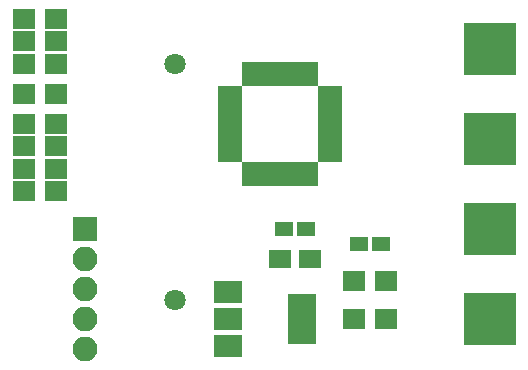
<source format=gbr>
G04 #@! TF.FileFunction,Soldermask,Bot*
%FSLAX46Y46*%
G04 Gerber Fmt 4.6, Leading zero omitted, Abs format (unit mm)*
G04 Created by KiCad (PCBNEW 4.0.4-stable) date 04/15/18 13:16:19*
%MOMM*%
%LPD*%
G01*
G04 APERTURE LIST*
%ADD10C,0.100000*%
%ADD11R,1.900000X1.650000*%
%ADD12R,1.600000X1.150000*%
%ADD13R,0.950000X2.000000*%
%ADD14R,2.000000X0.950000*%
%ADD15R,2.100000X2.100000*%
%ADD16O,2.100000X2.100000*%
%ADD17R,1.900000X1.700000*%
%ADD18R,2.400000X4.200000*%
%ADD19R,2.400000X1.900000*%
%ADD20R,4.400000X4.400000*%
%ADD21C,1.800000*%
G04 APERTURE END LIST*
D10*
D11*
X170160000Y-111760000D03*
X167660000Y-111760000D03*
D12*
X169860000Y-109220000D03*
X167960000Y-109220000D03*
D13*
X164840000Y-96080000D03*
X165640000Y-96080000D03*
X166440000Y-96080000D03*
X167240000Y-96080000D03*
X168040000Y-96080000D03*
X168840000Y-96080000D03*
X169640000Y-96080000D03*
X170440000Y-96080000D03*
D14*
X171890000Y-97530000D03*
X171890000Y-98330000D03*
X171890000Y-99130000D03*
X171890000Y-99930000D03*
X171890000Y-100730000D03*
X171890000Y-101530000D03*
X171890000Y-102330000D03*
X171890000Y-103130000D03*
D13*
X170440000Y-104580000D03*
X169640000Y-104580000D03*
X168840000Y-104580000D03*
X168040000Y-104580000D03*
X167240000Y-104580000D03*
X166440000Y-104580000D03*
X165640000Y-104580000D03*
X164840000Y-104580000D03*
D14*
X163390000Y-103130000D03*
X163390000Y-102330000D03*
X163390000Y-101530000D03*
X163390000Y-100730000D03*
X163390000Y-99930000D03*
X163390000Y-99130000D03*
X163390000Y-98330000D03*
X163390000Y-97530000D03*
D15*
X151130000Y-109220000D03*
D16*
X151130000Y-111760000D03*
X151130000Y-114300000D03*
X151130000Y-116840000D03*
X151130000Y-119380000D03*
D17*
X173910000Y-113665000D03*
X176610000Y-113665000D03*
X145970000Y-106045000D03*
X148670000Y-106045000D03*
X145970000Y-102235000D03*
X148670000Y-102235000D03*
X145970000Y-97790000D03*
X148670000Y-97790000D03*
X145970000Y-95250000D03*
X148670000Y-95250000D03*
X145970000Y-91440000D03*
X148670000Y-91440000D03*
X145970000Y-104140000D03*
X148670000Y-104140000D03*
X145970000Y-100330000D03*
X148670000Y-100330000D03*
X145970000Y-93345000D03*
X148670000Y-93345000D03*
D18*
X169520000Y-116840000D03*
D19*
X163220000Y-116840000D03*
X163220000Y-114540000D03*
X163220000Y-119140000D03*
D17*
X173910000Y-116840000D03*
X176610000Y-116840000D03*
D12*
X176210000Y-110490000D03*
X174310000Y-110490000D03*
D20*
X185420000Y-93980000D03*
X185420000Y-109220000D03*
X185420000Y-101600000D03*
X185420000Y-116840000D03*
D21*
X158750000Y-115245000D03*
X158750000Y-95245000D03*
M02*

</source>
